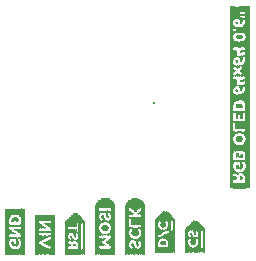
<source format=gbo>
G75*
%MOIN*%
%OFA0B0*%
%FSLAX25Y25*%
%IPPOS*%
%LPD*%
%AMOC8*
5,1,8,0,0,1.08239X$1,22.5*
%
%ADD10C,0.01000*%
%ADD11R,0.00157X0.13071*%
%ADD12R,0.00157X0.02205*%
%ADD13R,0.00157X0.02835*%
%ADD14R,0.00157X0.07717*%
%ADD15R,0.00157X0.01890*%
%ADD16R,0.00157X0.02520*%
%ADD17R,0.00157X0.00630*%
%ADD18R,0.00157X0.01732*%
%ADD19R,0.00157X0.00472*%
%ADD20R,0.00157X0.01575*%
%ADD21R,0.00157X0.01417*%
%ADD22R,0.00157X0.01260*%
%ADD23R,0.00157X0.01102*%
%ADD24R,0.00157X0.02047*%
%ADD25R,0.00157X0.00787*%
%ADD26R,0.00157X0.00945*%
%ADD27R,0.00157X0.02362*%
%ADD28R,0.00157X0.00157*%
%ADD29R,0.00157X0.00315*%
%ADD30R,0.00157X0.02677*%
%ADD31R,0.00157X0.02992*%
%ADD32R,0.00157X0.03150*%
%ADD33R,0.00157X0.03307*%
%ADD34R,0.00157X0.03465*%
%ADD35R,0.00157X0.15276*%
%ADD36R,0.00157X0.11024*%
%ADD37R,0.00157X0.07874*%
%ADD38R,0.00157X0.08031*%
%ADD39R,0.00157X0.08346*%
%ADD40R,0.00157X0.08504*%
%ADD41R,0.00157X0.09606*%
%ADD42R,0.00157X0.09764*%
%ADD43R,0.00157X0.09921*%
%ADD44R,0.00157X0.10079*%
%ADD45R,0.00157X0.03622*%
%ADD46R,0.00157X0.04882*%
%ADD47R,0.00157X0.04724*%
%ADD48R,0.00157X0.04252*%
%ADD49R,0.00157X0.03780*%
%ADD50R,0.00157X0.08661*%
%ADD51R,0.00157X0.11181*%
%ADD52R,0.00157X0.11496*%
%ADD53R,0.00157X0.11654*%
%ADD54R,0.00157X0.07559*%
%ADD55R,0.00157X0.07244*%
%ADD56R,0.00157X0.12756*%
%ADD57R,0.00157X0.12913*%
%ADD58R,0.00157X0.06614*%
%ADD59R,0.00157X0.06142*%
%ADD60R,0.00157X0.05197*%
%ADD61R,0.00157X0.05354*%
%ADD62R,0.00157X0.05039*%
%ADD63R,0.00157X0.04567*%
%ADD64R,0.00157X0.60630*%
%ADD65R,0.00157X0.06929*%
%ADD66R,0.00157X0.08189*%
%ADD67R,0.00157X0.33386*%
%ADD68R,0.00157X0.03937*%
%ADD69R,0.00157X0.04409*%
%ADD70R,0.00157X0.04094*%
%ADD71R,0.00157X0.13228*%
%ADD72R,0.00157X0.11811*%
%ADD73R,0.00157X0.16378*%
%ADD74R,0.00157X0.16850*%
%ADD75R,0.00157X0.17165*%
%ADD76R,0.00157X0.17480*%
%ADD77R,0.00157X0.17638*%
%ADD78R,0.00157X0.17795*%
%ADD79R,0.00157X0.17953*%
D10*
X0184533Y0118500D03*
D11*
X0189593Y0075213D03*
X0159593Y0074555D03*
X0151483Y0074583D03*
X0151325Y0074583D03*
X0151168Y0074583D03*
X0151010Y0074583D03*
X0150853Y0074583D03*
X0150696Y0074583D03*
X0150538Y0074583D03*
X0146129Y0074583D03*
X0145971Y0074583D03*
X0145814Y0074583D03*
X0145656Y0074583D03*
X0145499Y0074583D03*
X0145341Y0074583D03*
X0145184Y0074583D03*
D12*
X0146286Y0073244D03*
X0149908Y0071827D03*
X0150066Y0071827D03*
X0150381Y0069150D03*
X0148806Y0069150D03*
X0148648Y0069150D03*
X0139751Y0068992D03*
X0139593Y0068992D03*
X0136916Y0068992D03*
X0136916Y0082063D03*
X0139593Y0082063D03*
X0168018Y0076709D03*
X0168176Y0076709D03*
X0168333Y0076709D03*
X0168491Y0076709D03*
X0170223Y0078598D03*
X0180223Y0073244D03*
X0178963Y0071984D03*
X0180066Y0069150D03*
X0176444Y0069150D03*
X0186286Y0075764D03*
X0188963Y0073874D03*
X0195971Y0076394D03*
X0196601Y0077024D03*
X0196759Y0077181D03*
X0200066Y0077024D03*
X0198176Y0072457D03*
X0198963Y0069780D03*
X0196286Y0069780D03*
X0186601Y0080173D03*
X0211837Y0103720D03*
X0214042Y0103563D03*
X0214199Y0103563D03*
X0213885Y0120413D03*
X0213570Y0123406D03*
X0212152Y0125138D03*
X0211995Y0125138D03*
X0211837Y0125138D03*
X0213570Y0133169D03*
X0212152Y0134902D03*
X0211995Y0134902D03*
X0211522Y0138209D03*
X0211365Y0138209D03*
X0214514Y0138209D03*
X0214672Y0138209D03*
X0214199Y0142933D03*
X0214042Y0142933D03*
X0213570Y0145925D03*
D13*
X0211050Y0138366D03*
X0211207Y0134744D03*
X0211207Y0124980D03*
X0211522Y0120098D03*
X0211365Y0103720D03*
X0214672Y0103720D03*
X0213885Y0098051D03*
X0186916Y0080173D03*
X0185971Y0075921D03*
X0178963Y0075606D03*
X0178806Y0075606D03*
X0177703Y0075606D03*
X0176601Y0084898D03*
X0180066Y0084898D03*
X0170066Y0084898D03*
X0166601Y0084898D03*
X0166444Y0084898D03*
X0166286Y0084740D03*
X0155971Y0078571D03*
X0158333Y0074949D03*
X0150381Y0071827D03*
X0147546Y0069465D03*
X0147388Y0069465D03*
X0139121Y0072299D03*
X0136444Y0069307D03*
X0136444Y0081748D03*
X0195971Y0070094D03*
X0199278Y0070094D03*
X0197703Y0072457D03*
D14*
X0150381Y0077260D03*
D15*
X0146286Y0077496D03*
X0146286Y0080173D03*
X0150223Y0080173D03*
X0160381Y0079358D03*
X0167861Y0079701D03*
X0167861Y0076709D03*
X0167703Y0076709D03*
X0168648Y0076709D03*
X0168806Y0076709D03*
X0169751Y0071984D03*
X0170223Y0068992D03*
X0166444Y0068992D03*
X0166286Y0068992D03*
X0159278Y0068965D03*
X0159121Y0068965D03*
X0158963Y0068965D03*
X0158806Y0068965D03*
X0158648Y0068965D03*
X0158491Y0068965D03*
X0158333Y0068965D03*
X0158176Y0068965D03*
X0158018Y0068965D03*
X0157861Y0068965D03*
X0157703Y0068965D03*
X0157546Y0068965D03*
X0157388Y0068965D03*
X0157231Y0068965D03*
X0157073Y0068965D03*
X0156916Y0068965D03*
X0156759Y0068965D03*
X0156601Y0068965D03*
X0156444Y0068965D03*
X0156286Y0068965D03*
X0156129Y0068965D03*
X0155971Y0068965D03*
X0150223Y0068992D03*
X0149436Y0068992D03*
X0149278Y0068992D03*
X0149593Y0071827D03*
X0149751Y0071827D03*
X0146916Y0073402D03*
X0146759Y0073402D03*
X0140223Y0075606D03*
X0136286Y0075606D03*
X0137388Y0082220D03*
X0137546Y0082220D03*
X0139121Y0082220D03*
X0139278Y0082220D03*
X0139278Y0068835D03*
X0139121Y0068835D03*
X0138963Y0068835D03*
X0137703Y0068835D03*
X0137546Y0068835D03*
X0137388Y0068835D03*
X0176759Y0068992D03*
X0177388Y0068992D03*
X0178648Y0068992D03*
X0178806Y0068992D03*
X0179593Y0068992D03*
X0179751Y0068992D03*
X0178806Y0072142D03*
X0185971Y0069622D03*
X0189278Y0069622D03*
X0196601Y0069622D03*
X0196759Y0069622D03*
X0198491Y0069622D03*
X0198648Y0069622D03*
X0200223Y0077024D03*
X0186601Y0075606D03*
X0186444Y0075606D03*
X0186129Y0079858D03*
X0186286Y0080016D03*
X0211050Y0090965D03*
X0211207Y0090965D03*
X0214987Y0090965D03*
X0211050Y0095689D03*
X0212940Y0103406D03*
X0213097Y0103406D03*
X0212625Y0103563D03*
X0212467Y0103563D03*
X0212310Y0103563D03*
X0212152Y0103563D03*
X0213885Y0103563D03*
X0213570Y0106398D03*
X0212467Y0106398D03*
X0211050Y0108130D03*
X0212310Y0120256D03*
X0212467Y0120256D03*
X0212625Y0120256D03*
X0213885Y0123563D03*
X0213885Y0133327D03*
X0213885Y0138051D03*
X0214042Y0138051D03*
X0213727Y0138051D03*
X0213570Y0138051D03*
X0212467Y0138051D03*
X0212310Y0138051D03*
X0212152Y0138051D03*
X0211995Y0138051D03*
X0213727Y0142933D03*
X0213885Y0142933D03*
X0213727Y0145925D03*
X0213570Y0149705D03*
X0213412Y0149705D03*
X0213255Y0149705D03*
D16*
X0211207Y0138209D03*
X0211365Y0134744D03*
X0211522Y0134744D03*
X0211365Y0124980D03*
X0211680Y0120098D03*
X0214199Y0120413D03*
X0211522Y0103720D03*
X0186759Y0080173D03*
X0186129Y0075764D03*
X0189121Y0073874D03*
X0197073Y0077339D03*
X0197861Y0072457D03*
X0198018Y0072457D03*
X0199121Y0069937D03*
X0196129Y0069937D03*
X0179121Y0071984D03*
X0176286Y0069307D03*
X0150223Y0071827D03*
X0148176Y0069307D03*
X0148018Y0069307D03*
X0139908Y0069150D03*
X0136601Y0069150D03*
X0136601Y0081906D03*
X0139908Y0081906D03*
D17*
X0137231Y0079228D03*
X0136444Y0077654D03*
X0138806Y0076079D03*
X0137703Y0075134D03*
X0138648Y0073402D03*
X0139436Y0073402D03*
X0139593Y0073402D03*
X0139751Y0073402D03*
X0139908Y0073402D03*
X0136601Y0073402D03*
X0140223Y0077654D03*
X0147703Y0077024D03*
X0147861Y0077024D03*
X0148648Y0078126D03*
X0150223Y0075449D03*
X0150223Y0074031D03*
X0149436Y0074031D03*
X0149278Y0074031D03*
X0148333Y0071827D03*
X0148176Y0071827D03*
X0156916Y0072587D03*
X0157703Y0072744D03*
X0158806Y0072587D03*
X0159278Y0074949D03*
X0167073Y0074661D03*
X0167231Y0074661D03*
X0167703Y0072929D03*
X0167703Y0071197D03*
X0169436Y0074661D03*
X0168963Y0078913D03*
X0168491Y0079071D03*
X0168333Y0079071D03*
X0167388Y0078913D03*
X0167231Y0078756D03*
X0167073Y0078756D03*
X0166916Y0082220D03*
X0166759Y0082220D03*
X0168018Y0082220D03*
X0168176Y0082220D03*
X0176286Y0080173D03*
X0177073Y0081591D03*
X0179436Y0081591D03*
X0179278Y0076709D03*
X0177231Y0076709D03*
X0176601Y0076709D03*
X0177231Y0073087D03*
X0178333Y0072772D03*
X0179436Y0071197D03*
X0186759Y0071669D03*
X0188491Y0071669D03*
X0198333Y0073244D03*
X0198491Y0074819D03*
X0188491Y0077969D03*
X0212310Y0095059D03*
X0214042Y0095217D03*
X0214199Y0095217D03*
X0214514Y0099154D03*
X0213412Y0099154D03*
X0213255Y0099154D03*
X0213097Y0099154D03*
X0211680Y0099154D03*
X0211522Y0099154D03*
X0212782Y0100728D03*
X0212310Y0108602D03*
X0212152Y0108602D03*
X0211995Y0108602D03*
X0213885Y0108602D03*
X0214042Y0108602D03*
X0211050Y0112067D03*
X0214199Y0115531D03*
X0212467Y0122618D03*
X0212940Y0124035D03*
X0213885Y0125925D03*
X0214042Y0125925D03*
X0214199Y0125925D03*
X0214357Y0125925D03*
X0213885Y0127657D03*
X0212940Y0127657D03*
X0211995Y0127657D03*
X0211207Y0127500D03*
X0211995Y0130650D03*
X0211365Y0130965D03*
X0212940Y0130650D03*
X0213727Y0130807D03*
X0212467Y0132382D03*
X0212940Y0133799D03*
X0213885Y0135689D03*
X0214042Y0135689D03*
X0214199Y0135689D03*
X0214357Y0135689D03*
X0211995Y0140413D03*
X0211680Y0141988D03*
X0211522Y0141988D03*
X0211995Y0143406D03*
X0211680Y0143563D03*
X0211365Y0143720D03*
X0212467Y0145138D03*
X0214199Y0146555D03*
D18*
X0213885Y0146004D03*
X0213570Y0142854D03*
X0213412Y0142854D03*
X0213255Y0142854D03*
X0213097Y0142854D03*
X0212940Y0142854D03*
X0212782Y0142854D03*
X0212467Y0142854D03*
X0212310Y0142854D03*
X0212152Y0142854D03*
X0212625Y0137972D03*
X0212782Y0137972D03*
X0212940Y0137972D03*
X0213097Y0137972D03*
X0213255Y0137972D03*
X0213412Y0137972D03*
X0213727Y0149783D03*
X0213885Y0149783D03*
X0214042Y0149783D03*
X0214199Y0149783D03*
X0214357Y0149783D03*
X0214514Y0149783D03*
X0214672Y0149783D03*
X0214829Y0149783D03*
X0214987Y0149783D03*
X0213412Y0120335D03*
X0213255Y0120335D03*
X0213097Y0120335D03*
X0212940Y0120335D03*
X0212782Y0120335D03*
X0212310Y0106476D03*
X0213727Y0106476D03*
X0212782Y0103484D03*
X0214829Y0095295D03*
X0214829Y0090886D03*
X0214672Y0090886D03*
X0214514Y0090886D03*
X0214357Y0090886D03*
X0214199Y0090886D03*
X0214042Y0090886D03*
X0213885Y0090886D03*
X0213727Y0090886D03*
X0213570Y0090886D03*
X0213412Y0090886D03*
X0213255Y0090886D03*
X0213097Y0090886D03*
X0212940Y0090886D03*
X0212782Y0090886D03*
X0212625Y0090886D03*
X0212467Y0090886D03*
X0212310Y0090886D03*
X0212152Y0090886D03*
X0211995Y0090886D03*
X0211837Y0090886D03*
X0211680Y0090886D03*
X0211522Y0090886D03*
X0211365Y0090886D03*
X0190381Y0080094D03*
X0188648Y0073953D03*
X0188648Y0069543D03*
X0188491Y0069543D03*
X0188333Y0069543D03*
X0188176Y0069543D03*
X0188018Y0069543D03*
X0187861Y0069543D03*
X0187703Y0069543D03*
X0187546Y0069543D03*
X0187388Y0069543D03*
X0187231Y0069543D03*
X0187073Y0069543D03*
X0186916Y0069543D03*
X0186759Y0069543D03*
X0186601Y0069543D03*
X0186444Y0069543D03*
X0186286Y0069543D03*
X0186129Y0069543D03*
X0188806Y0069543D03*
X0188963Y0069543D03*
X0189121Y0069543D03*
X0196916Y0069543D03*
X0197073Y0069543D03*
X0197231Y0069543D03*
X0198018Y0069543D03*
X0198176Y0069543D03*
X0198333Y0069543D03*
X0200381Y0076945D03*
X0180066Y0073165D03*
X0179436Y0068913D03*
X0179278Y0068913D03*
X0179121Y0068913D03*
X0178963Y0068913D03*
X0177231Y0068913D03*
X0177073Y0068913D03*
X0176916Y0068913D03*
X0170066Y0068913D03*
X0169908Y0068913D03*
X0169751Y0068913D03*
X0169593Y0068913D03*
X0169436Y0068913D03*
X0169278Y0068913D03*
X0169121Y0068913D03*
X0168963Y0068913D03*
X0168806Y0068913D03*
X0168648Y0068913D03*
X0168491Y0068913D03*
X0168333Y0068913D03*
X0168176Y0068913D03*
X0168018Y0068913D03*
X0167861Y0068913D03*
X0167703Y0068913D03*
X0167546Y0068913D03*
X0167388Y0068913D03*
X0167231Y0068913D03*
X0167073Y0068913D03*
X0166916Y0068913D03*
X0166759Y0068913D03*
X0166601Y0068913D03*
X0160853Y0068886D03*
X0160066Y0068886D03*
X0159278Y0072508D03*
X0157861Y0075500D03*
X0150223Y0077575D03*
X0150066Y0077575D03*
X0150066Y0080252D03*
X0149908Y0080252D03*
X0149751Y0080252D03*
X0149593Y0080252D03*
X0149436Y0080252D03*
X0149278Y0080252D03*
X0149121Y0080252D03*
X0148963Y0080252D03*
X0148806Y0080252D03*
X0148648Y0080252D03*
X0148491Y0080252D03*
X0148333Y0080252D03*
X0148176Y0080252D03*
X0148018Y0080252D03*
X0147861Y0080252D03*
X0147703Y0080252D03*
X0147546Y0080252D03*
X0147388Y0080252D03*
X0147231Y0080252D03*
X0147073Y0080252D03*
X0146916Y0080252D03*
X0146759Y0080252D03*
X0146601Y0080252D03*
X0146444Y0080252D03*
X0138963Y0082299D03*
X0138806Y0082299D03*
X0138648Y0082299D03*
X0138491Y0082299D03*
X0138333Y0082299D03*
X0138176Y0082299D03*
X0138018Y0082299D03*
X0137861Y0082299D03*
X0137703Y0082299D03*
X0136444Y0075528D03*
X0137861Y0068756D03*
X0138018Y0068756D03*
X0138176Y0068756D03*
X0138333Y0068756D03*
X0138491Y0068756D03*
X0138648Y0068756D03*
X0138806Y0068756D03*
X0147073Y0073480D03*
X0147231Y0073480D03*
X0149436Y0071748D03*
X0149593Y0068913D03*
X0149751Y0068913D03*
X0150066Y0068913D03*
X0166286Y0075055D03*
X0170223Y0075055D03*
X0169593Y0072063D03*
X0170066Y0078677D03*
X0166444Y0078677D03*
X0160538Y0079280D03*
D19*
X0167073Y0082299D03*
X0167231Y0082299D03*
X0167388Y0082299D03*
X0167546Y0082299D03*
X0167703Y0082299D03*
X0167861Y0082299D03*
X0169436Y0080567D03*
X0168806Y0078992D03*
X0168648Y0078992D03*
X0169121Y0078835D03*
X0169278Y0078835D03*
X0169278Y0074583D03*
X0169121Y0074583D03*
X0168963Y0074583D03*
X0167546Y0074583D03*
X0167388Y0074583D03*
X0167861Y0073008D03*
X0168018Y0073008D03*
X0168806Y0072063D03*
X0167861Y0071118D03*
X0177388Y0073008D03*
X0177546Y0073008D03*
X0178018Y0072850D03*
X0178176Y0072850D03*
X0177073Y0076787D03*
X0176916Y0076787D03*
X0176759Y0076787D03*
X0179436Y0076787D03*
X0179593Y0076787D03*
X0179751Y0076787D03*
X0179908Y0076787D03*
X0176916Y0080094D03*
X0176759Y0080094D03*
X0176601Y0080094D03*
X0176444Y0080094D03*
X0177231Y0081512D03*
X0177388Y0081512D03*
X0179278Y0081512D03*
X0196286Y0073480D03*
X0196759Y0073323D03*
X0198491Y0073323D03*
X0198806Y0073480D03*
X0198963Y0073480D03*
X0212782Y0094980D03*
X0212782Y0099232D03*
X0212625Y0099232D03*
X0212467Y0099232D03*
X0212310Y0099232D03*
X0212152Y0099232D03*
X0211995Y0099232D03*
X0211837Y0099232D03*
X0212940Y0099232D03*
X0212940Y0100650D03*
X0213097Y0100650D03*
X0213255Y0100650D03*
X0213412Y0100650D03*
X0213412Y0108681D03*
X0213255Y0108681D03*
X0213097Y0108681D03*
X0212940Y0108681D03*
X0212782Y0108681D03*
X0212625Y0108681D03*
X0212467Y0108681D03*
X0213570Y0108681D03*
X0213727Y0108681D03*
X0211680Y0111988D03*
X0211522Y0111988D03*
X0211365Y0111988D03*
X0211207Y0111988D03*
X0211207Y0115610D03*
X0211365Y0115610D03*
X0211522Y0115610D03*
X0211680Y0115610D03*
X0211837Y0115610D03*
X0214357Y0115610D03*
X0214514Y0115610D03*
X0214672Y0115610D03*
X0214829Y0115610D03*
X0214987Y0115610D03*
X0214829Y0126004D03*
X0214672Y0126004D03*
X0214514Y0126004D03*
X0213727Y0127579D03*
X0213097Y0127579D03*
X0211837Y0127579D03*
X0211522Y0129154D03*
X0211837Y0130728D03*
X0211680Y0130886D03*
X0211522Y0130886D03*
X0213097Y0130728D03*
X0213412Y0129154D03*
X0214514Y0135768D03*
X0214672Y0135768D03*
X0214829Y0135768D03*
X0211837Y0142067D03*
X0211837Y0143484D03*
X0211522Y0143642D03*
X0214357Y0146634D03*
X0214514Y0146634D03*
X0214672Y0146634D03*
X0214829Y0146634D03*
X0214987Y0146634D03*
X0214987Y0147894D03*
X0214829Y0147894D03*
X0214672Y0147894D03*
X0214514Y0147894D03*
X0214357Y0147894D03*
X0214199Y0147894D03*
X0214042Y0147894D03*
X0213885Y0147894D03*
X0213727Y0147894D03*
X0148491Y0078205D03*
X0148018Y0076945D03*
X0148018Y0075528D03*
X0147861Y0075528D03*
X0147703Y0075528D03*
X0147546Y0075528D03*
X0147388Y0075528D03*
X0147231Y0075528D03*
X0147073Y0075528D03*
X0146916Y0075528D03*
X0146759Y0075528D03*
X0146601Y0075528D03*
X0146444Y0075528D03*
X0148176Y0075528D03*
X0148333Y0075528D03*
X0148491Y0075528D03*
X0148648Y0075528D03*
X0148806Y0075528D03*
X0148963Y0075528D03*
X0149121Y0075528D03*
X0149278Y0075528D03*
X0149436Y0075528D03*
X0149593Y0075528D03*
X0149751Y0075528D03*
X0149908Y0075528D03*
X0150066Y0075528D03*
X0150066Y0074110D03*
X0149908Y0074110D03*
X0149751Y0074110D03*
X0149593Y0074110D03*
X0156129Y0072823D03*
X0157861Y0072665D03*
X0140066Y0077575D03*
X0139908Y0077575D03*
X0139751Y0077575D03*
X0139593Y0077575D03*
X0139436Y0077575D03*
X0139278Y0077575D03*
X0139121Y0077575D03*
X0138963Y0077575D03*
X0138806Y0077575D03*
X0138648Y0077575D03*
X0138491Y0077575D03*
X0138333Y0077575D03*
X0138176Y0077575D03*
X0138018Y0077575D03*
X0137861Y0077575D03*
X0137703Y0077575D03*
X0137546Y0077575D03*
X0137388Y0077575D03*
X0137231Y0077575D03*
X0137073Y0077575D03*
X0136916Y0077575D03*
X0136759Y0077575D03*
X0136601Y0077575D03*
X0138491Y0076157D03*
X0138648Y0076157D03*
X0137861Y0075055D03*
X0137861Y0073480D03*
X0138018Y0073480D03*
X0138176Y0073480D03*
X0138333Y0073480D03*
X0138491Y0073480D03*
X0137703Y0073480D03*
X0137546Y0073480D03*
X0137388Y0073480D03*
X0137231Y0073480D03*
X0137073Y0073480D03*
X0136916Y0073480D03*
X0136759Y0073480D03*
D20*
X0137703Y0071512D03*
X0137861Y0071512D03*
X0140066Y0075606D03*
X0138648Y0079701D03*
X0138491Y0079701D03*
X0138333Y0079701D03*
X0138176Y0079701D03*
X0138018Y0079701D03*
X0146444Y0077496D03*
X0146601Y0077496D03*
X0149908Y0077654D03*
X0156129Y0075579D03*
X0158491Y0075579D03*
X0160853Y0079043D03*
X0160696Y0079201D03*
X0167546Y0076709D03*
X0168963Y0076709D03*
X0176286Y0081906D03*
X0186759Y0075606D03*
X0186916Y0075606D03*
X0188491Y0074031D03*
X0185971Y0072929D03*
X0179121Y0075134D03*
X0190538Y0080016D03*
X0190696Y0079858D03*
X0190853Y0079701D03*
X0200538Y0076866D03*
X0199278Y0073402D03*
X0195971Y0073402D03*
X0197388Y0069465D03*
X0197546Y0069465D03*
X0197703Y0069465D03*
X0197861Y0069465D03*
X0200066Y0069465D03*
X0200223Y0069465D03*
X0200381Y0069465D03*
X0200538Y0069465D03*
X0200696Y0069465D03*
X0200853Y0069465D03*
X0160696Y0068807D03*
X0160538Y0068807D03*
X0160381Y0068807D03*
X0160223Y0068807D03*
X0149908Y0068835D03*
X0149278Y0071827D03*
X0147546Y0073559D03*
X0147388Y0073559D03*
X0212625Y0097106D03*
X0214987Y0108130D03*
X0213570Y0117579D03*
X0213412Y0117579D03*
X0213255Y0117579D03*
X0213097Y0117579D03*
X0212940Y0117579D03*
X0212782Y0117579D03*
X0212625Y0117579D03*
X0214042Y0123720D03*
X0214042Y0133484D03*
X0212625Y0142776D03*
X0213412Y0146240D03*
D21*
X0214042Y0146161D03*
X0213412Y0133406D03*
X0213885Y0129154D03*
X0211050Y0129154D03*
X0213412Y0123642D03*
X0213727Y0117500D03*
X0212467Y0117500D03*
X0212310Y0117500D03*
X0211207Y0108209D03*
X0212152Y0106476D03*
X0213885Y0106476D03*
X0214829Y0108209D03*
X0211050Y0098917D03*
X0212310Y0097185D03*
X0212467Y0097185D03*
X0214672Y0095295D03*
X0211207Y0093406D03*
X0211050Y0093406D03*
X0200696Y0076787D03*
X0200853Y0076630D03*
X0196916Y0072063D03*
X0188333Y0073953D03*
X0189278Y0076630D03*
X0187861Y0071906D03*
X0187703Y0071906D03*
X0187546Y0071906D03*
X0187388Y0071906D03*
X0179908Y0073165D03*
X0177546Y0071118D03*
X0176601Y0073165D03*
X0177388Y0075213D03*
X0169908Y0078677D03*
X0169121Y0076630D03*
X0166444Y0074898D03*
X0169436Y0072063D03*
X0166601Y0078677D03*
X0168648Y0081827D03*
X0158648Y0075657D03*
X0157703Y0075657D03*
X0156286Y0075657D03*
X0149751Y0077732D03*
X0146759Y0077417D03*
X0139908Y0075685D03*
X0139751Y0075685D03*
X0136601Y0075528D03*
X0137546Y0071591D03*
X0147703Y0073638D03*
X0147861Y0073638D03*
X0149121Y0071748D03*
X0138806Y0079622D03*
X0137861Y0079622D03*
X0137703Y0079622D03*
D22*
X0137546Y0079543D03*
X0138963Y0079543D03*
X0139593Y0075764D03*
X0136916Y0075449D03*
X0136759Y0075449D03*
X0136286Y0073244D03*
X0137388Y0071669D03*
X0140223Y0073244D03*
X0148018Y0073717D03*
X0148176Y0073717D03*
X0148806Y0071827D03*
X0148963Y0071827D03*
X0155971Y0071169D03*
X0157388Y0072902D03*
X0157388Y0075736D03*
X0157231Y0075736D03*
X0157073Y0075736D03*
X0156916Y0075736D03*
X0156759Y0075736D03*
X0156601Y0075736D03*
X0156444Y0075736D03*
X0157546Y0075736D03*
X0149593Y0077811D03*
X0149436Y0077811D03*
X0146916Y0077339D03*
X0166286Y0081906D03*
X0167546Y0080488D03*
X0168018Y0079386D03*
X0167388Y0076709D03*
X0170066Y0074976D03*
X0176286Y0076551D03*
X0176759Y0073087D03*
X0178648Y0072457D03*
X0187073Y0071827D03*
X0187231Y0071827D03*
X0188018Y0071827D03*
X0188176Y0071827D03*
X0188176Y0074031D03*
X0187231Y0075606D03*
X0187073Y0075606D03*
X0186916Y0077969D03*
X0188333Y0077969D03*
X0180223Y0081906D03*
X0176444Y0081906D03*
X0198333Y0072142D03*
X0211207Y0095689D03*
X0212152Y0097264D03*
X0214987Y0098839D03*
X0212625Y0101043D03*
X0212467Y0101043D03*
X0212310Y0101043D03*
X0212152Y0101043D03*
X0211365Y0108287D03*
X0212625Y0115217D03*
X0213885Y0117421D03*
X0211050Y0130965D03*
X0211050Y0141831D03*
X0213255Y0146555D03*
D23*
X0211050Y0143799D03*
X0212467Y0140492D03*
X0212625Y0140492D03*
X0212782Y0140492D03*
X0212940Y0140492D03*
X0213097Y0140492D03*
X0213255Y0140492D03*
X0213412Y0140492D03*
X0213570Y0140492D03*
X0213727Y0140492D03*
X0212467Y0130413D03*
X0211207Y0129154D03*
X0212467Y0127894D03*
X0213727Y0129154D03*
X0212152Y0117343D03*
X0212782Y0115295D03*
X0212940Y0115295D03*
X0213097Y0115295D03*
X0213255Y0115295D03*
X0213412Y0115295D03*
X0214672Y0108366D03*
X0211522Y0108366D03*
X0211995Y0100965D03*
X0213727Y0100965D03*
X0213885Y0100965D03*
X0214042Y0100965D03*
X0214042Y0097343D03*
X0211365Y0095610D03*
X0214514Y0095295D03*
X0213885Y0093406D03*
X0213727Y0093406D03*
X0213570Y0093406D03*
X0213412Y0093406D03*
X0213255Y0093406D03*
X0211680Y0093406D03*
X0211522Y0093406D03*
X0211365Y0093406D03*
X0189121Y0076472D03*
X0187546Y0075685D03*
X0187388Y0075685D03*
X0187703Y0073953D03*
X0187861Y0073953D03*
X0188018Y0073953D03*
X0186129Y0073165D03*
X0186916Y0071748D03*
X0188333Y0071748D03*
X0179751Y0073008D03*
X0179593Y0073008D03*
X0179436Y0072850D03*
X0179278Y0072693D03*
X0177388Y0071276D03*
X0179278Y0075213D03*
X0169908Y0074898D03*
X0169278Y0072063D03*
X0166601Y0074898D03*
X0166759Y0078677D03*
X0167388Y0080567D03*
X0169751Y0078677D03*
X0170223Y0081984D03*
X0176601Y0081827D03*
X0179908Y0081827D03*
X0180066Y0081827D03*
X0159121Y0072508D03*
X0155971Y0072823D03*
X0156129Y0071248D03*
X0148491Y0073795D03*
X0148333Y0073795D03*
X0147231Y0077260D03*
X0147073Y0077260D03*
X0149278Y0077890D03*
X0139436Y0075843D03*
X0137073Y0075370D03*
X0139278Y0071748D03*
X0138648Y0071118D03*
X0139121Y0079465D03*
X0137388Y0079465D03*
D24*
X0137231Y0082142D03*
X0137073Y0082142D03*
X0139436Y0082142D03*
X0155971Y0075500D03*
X0157073Y0073295D03*
X0157231Y0073138D03*
X0149121Y0069071D03*
X0148963Y0069071D03*
X0146601Y0073323D03*
X0146444Y0073323D03*
X0139436Y0068913D03*
X0137231Y0068913D03*
X0137073Y0068913D03*
X0160223Y0079437D03*
X0168806Y0081512D03*
X0169908Y0072063D03*
X0176444Y0073165D03*
X0176601Y0069071D03*
X0177546Y0069071D03*
X0178333Y0069071D03*
X0178491Y0069071D03*
X0179908Y0069071D03*
X0188806Y0073953D03*
X0196129Y0076630D03*
X0196286Y0076787D03*
X0196444Y0076945D03*
X0190223Y0080094D03*
X0186444Y0080094D03*
X0185971Y0079622D03*
X0196444Y0069701D03*
X0198806Y0069701D03*
X0211995Y0103642D03*
X0213255Y0103327D03*
X0213412Y0103484D03*
X0213570Y0103484D03*
X0213727Y0103484D03*
X0213412Y0106476D03*
X0213255Y0106476D03*
X0213097Y0106476D03*
X0212940Y0106476D03*
X0212782Y0106476D03*
X0212625Y0106476D03*
X0212152Y0120177D03*
X0211995Y0120177D03*
X0213570Y0120335D03*
X0213727Y0120335D03*
X0213727Y0123484D03*
X0213727Y0133248D03*
X0214199Y0138130D03*
X0214357Y0138130D03*
X0211837Y0138130D03*
X0211680Y0138130D03*
D25*
X0213255Y0135610D03*
X0213412Y0135610D03*
X0213570Y0135610D03*
X0213727Y0135610D03*
X0214987Y0135768D03*
X0214672Y0134035D03*
X0214514Y0134035D03*
X0214357Y0134035D03*
X0213097Y0133720D03*
X0212310Y0132303D03*
X0211995Y0132303D03*
X0212152Y0130571D03*
X0212625Y0130413D03*
X0212782Y0130571D03*
X0213885Y0130728D03*
X0213570Y0129154D03*
X0212782Y0127736D03*
X0212152Y0127736D03*
X0211050Y0127579D03*
X0211365Y0129154D03*
X0214987Y0126004D03*
X0213727Y0125846D03*
X0213570Y0125846D03*
X0213412Y0125846D03*
X0213255Y0125846D03*
X0213097Y0123957D03*
X0214357Y0124272D03*
X0214514Y0124272D03*
X0214672Y0124272D03*
X0211995Y0122697D03*
X0211995Y0117185D03*
X0211050Y0115610D03*
X0211837Y0108524D03*
X0211995Y0106476D03*
X0214199Y0108524D03*
X0214357Y0108524D03*
X0214357Y0099075D03*
X0214199Y0099075D03*
X0214672Y0099075D03*
X0211365Y0099075D03*
X0212782Y0096713D03*
X0212940Y0096713D03*
X0213097Y0096713D03*
X0213255Y0096713D03*
X0212625Y0094980D03*
X0212467Y0094980D03*
X0212152Y0095138D03*
X0211995Y0095138D03*
X0211837Y0095295D03*
X0211522Y0095453D03*
X0179593Y0081669D03*
X0176916Y0081669D03*
X0169908Y0082142D03*
X0169751Y0082142D03*
X0169593Y0082142D03*
X0168333Y0082142D03*
X0166601Y0082142D03*
X0167231Y0080567D03*
X0167546Y0078992D03*
X0166916Y0078677D03*
X0169436Y0078835D03*
X0169593Y0074740D03*
X0166916Y0074740D03*
X0167546Y0072850D03*
X0167546Y0071276D03*
X0168963Y0072063D03*
X0177073Y0073008D03*
X0178491Y0072693D03*
X0179278Y0071276D03*
X0177231Y0071276D03*
X0177231Y0075213D03*
X0177388Y0076630D03*
X0176444Y0076630D03*
X0179121Y0076630D03*
X0180066Y0076630D03*
X0186759Y0077890D03*
X0188018Y0075843D03*
X0188176Y0075843D03*
X0188333Y0076000D03*
X0188491Y0076000D03*
X0188648Y0076157D03*
X0188806Y0076157D03*
X0187231Y0073795D03*
X0187073Y0073795D03*
X0186916Y0073638D03*
X0186759Y0073638D03*
X0186601Y0073480D03*
X0196129Y0073480D03*
X0196916Y0073323D03*
X0196759Y0072063D03*
X0198491Y0072063D03*
X0196759Y0074740D03*
X0158963Y0072508D03*
X0157546Y0072823D03*
X0156759Y0073925D03*
X0158491Y0073925D03*
X0158491Y0071091D03*
X0157703Y0071091D03*
X0156759Y0071091D03*
X0156601Y0071091D03*
X0149121Y0073953D03*
X0148963Y0073953D03*
X0146286Y0075528D03*
X0147546Y0077102D03*
X0148806Y0078047D03*
X0148963Y0078047D03*
X0140066Y0073323D03*
X0139278Y0073323D03*
X0137546Y0075213D03*
X0137388Y0075213D03*
X0138963Y0076000D03*
X0136286Y0077575D03*
X0137231Y0071748D03*
X0212152Y0140492D03*
X0211365Y0141909D03*
X0211995Y0142224D03*
X0214042Y0140492D03*
X0212310Y0145059D03*
X0211995Y0145059D03*
X0213255Y0147894D03*
X0213412Y0147894D03*
X0213570Y0147894D03*
D26*
X0212152Y0145138D03*
X0211207Y0143720D03*
X0211207Y0141831D03*
X0212310Y0140413D03*
X0213885Y0140413D03*
X0214829Y0134114D03*
X0214987Y0134114D03*
X0214199Y0133957D03*
X0213255Y0133642D03*
X0212152Y0132382D03*
X0211207Y0130965D03*
X0212310Y0130492D03*
X0212310Y0127815D03*
X0212625Y0127815D03*
X0214199Y0124193D03*
X0214829Y0124350D03*
X0214987Y0124350D03*
X0213255Y0123878D03*
X0212310Y0122618D03*
X0212152Y0122618D03*
X0214042Y0117264D03*
X0214514Y0108445D03*
X0214042Y0106398D03*
X0211680Y0108445D03*
X0213570Y0100886D03*
X0214042Y0098996D03*
X0214829Y0098996D03*
X0211995Y0097421D03*
X0213412Y0096791D03*
X0214357Y0095217D03*
X0214042Y0093327D03*
X0211995Y0093327D03*
X0211837Y0093327D03*
X0211680Y0095374D03*
X0211207Y0098996D03*
X0179751Y0081748D03*
X0176759Y0081748D03*
X0170066Y0082063D03*
X0169436Y0082063D03*
X0169278Y0082063D03*
X0168491Y0082063D03*
X0169278Y0080646D03*
X0168176Y0079228D03*
X0169593Y0078756D03*
X0169278Y0076709D03*
X0169751Y0074819D03*
X0166759Y0074819D03*
X0167231Y0076709D03*
X0167388Y0072772D03*
X0167388Y0071354D03*
X0169121Y0071984D03*
X0176916Y0073087D03*
X0180223Y0076551D03*
X0186286Y0073244D03*
X0186444Y0073402D03*
X0187388Y0073874D03*
X0187546Y0073874D03*
X0187703Y0075764D03*
X0187861Y0075764D03*
X0188963Y0076394D03*
X0196916Y0074661D03*
X0199121Y0073402D03*
X0166444Y0082063D03*
X0156916Y0073846D03*
X0156444Y0071169D03*
X0156286Y0071169D03*
X0157861Y0071169D03*
X0158018Y0071169D03*
X0158176Y0071169D03*
X0158333Y0071169D03*
X0148648Y0071827D03*
X0148491Y0071827D03*
X0148648Y0073874D03*
X0148806Y0073874D03*
X0147388Y0077181D03*
X0149121Y0077969D03*
X0139278Y0079386D03*
X0139278Y0075921D03*
X0139121Y0075921D03*
X0137231Y0075291D03*
X0136444Y0073402D03*
X0138018Y0071039D03*
X0138176Y0071039D03*
X0138333Y0071039D03*
X0138491Y0071039D03*
D27*
X0136759Y0069071D03*
X0148333Y0069228D03*
X0148491Y0069228D03*
X0158018Y0075185D03*
X0166286Y0078677D03*
X0167703Y0079780D03*
X0168963Y0081354D03*
X0169121Y0081354D03*
X0177073Y0079150D03*
X0177231Y0079150D03*
X0177388Y0079150D03*
X0177546Y0079150D03*
X0177703Y0079150D03*
X0177861Y0079150D03*
X0178018Y0079150D03*
X0178176Y0079150D03*
X0178333Y0079150D03*
X0178491Y0079150D03*
X0178648Y0079150D03*
X0178806Y0079150D03*
X0178963Y0079150D03*
X0179121Y0079150D03*
X0179278Y0079150D03*
X0179436Y0079150D03*
X0179593Y0079150D03*
X0179751Y0079150D03*
X0179908Y0079150D03*
X0180066Y0079150D03*
X0180223Y0079150D03*
X0190066Y0080094D03*
X0196916Y0077260D03*
X0180223Y0069228D03*
X0178176Y0069228D03*
X0170066Y0072063D03*
X0167231Y0072063D03*
X0167073Y0072063D03*
X0166916Y0072063D03*
X0166759Y0072063D03*
X0166601Y0072063D03*
X0160066Y0079437D03*
X0139751Y0081984D03*
X0136759Y0081984D03*
X0211680Y0103642D03*
X0214357Y0103642D03*
X0214357Y0111043D03*
X0214514Y0111043D03*
X0214672Y0111043D03*
X0214829Y0111043D03*
X0214987Y0111043D03*
X0214199Y0111043D03*
X0214042Y0111043D03*
X0213885Y0111043D03*
X0213727Y0111043D03*
X0213570Y0111043D03*
X0213412Y0111043D03*
X0213255Y0111043D03*
X0213097Y0111043D03*
X0212940Y0111043D03*
X0212782Y0111043D03*
X0212625Y0111043D03*
X0212467Y0111043D03*
X0212310Y0111043D03*
X0212152Y0111043D03*
X0211995Y0111043D03*
X0211837Y0111043D03*
X0211837Y0120177D03*
X0214042Y0120335D03*
X0211680Y0125059D03*
X0211522Y0125059D03*
X0211680Y0134823D03*
X0211837Y0134823D03*
X0214829Y0138287D03*
X0214357Y0143012D03*
X0214987Y0095295D03*
D28*
X0213412Y0095138D03*
X0178963Y0081354D03*
X0177703Y0081354D03*
X0168333Y0073165D03*
X0168648Y0072063D03*
X0168333Y0070961D03*
X0158963Y0075028D03*
X0148333Y0076787D03*
X0138176Y0076315D03*
X0138333Y0074898D03*
X0213412Y0122382D03*
X0212625Y0124114D03*
X0213255Y0129154D03*
X0211680Y0129154D03*
X0213412Y0132146D03*
X0213412Y0144902D03*
D29*
X0211837Y0145138D03*
X0212310Y0133957D03*
X0212467Y0133957D03*
X0212625Y0133799D03*
X0212782Y0133799D03*
X0211837Y0132382D03*
X0213255Y0130807D03*
X0213412Y0130807D03*
X0213570Y0130807D03*
X0213570Y0127500D03*
X0213412Y0127500D03*
X0213255Y0127500D03*
X0211680Y0127500D03*
X0211522Y0127500D03*
X0211365Y0127500D03*
X0212310Y0124193D03*
X0212467Y0124193D03*
X0212782Y0124035D03*
X0211837Y0122618D03*
X0213570Y0095217D03*
X0213727Y0095217D03*
X0213885Y0095217D03*
X0213255Y0095059D03*
X0213097Y0095059D03*
X0212940Y0095059D03*
X0179121Y0081433D03*
X0177546Y0081433D03*
X0168806Y0074504D03*
X0168648Y0074504D03*
X0168491Y0074504D03*
X0168333Y0074504D03*
X0168176Y0074504D03*
X0168018Y0074504D03*
X0167861Y0074504D03*
X0167703Y0074504D03*
X0168176Y0073087D03*
X0168176Y0071039D03*
X0168018Y0071039D03*
X0158648Y0072587D03*
X0158491Y0072587D03*
X0158333Y0072587D03*
X0158176Y0072587D03*
X0158018Y0072587D03*
X0156759Y0072587D03*
X0156601Y0072587D03*
X0156444Y0072587D03*
X0156286Y0072744D03*
X0158806Y0075106D03*
X0159121Y0074949D03*
X0148176Y0076866D03*
X0148176Y0078283D03*
X0148333Y0078283D03*
X0138333Y0076236D03*
X0138176Y0074976D03*
X0138018Y0074976D03*
X0147861Y0071827D03*
X0148018Y0071827D03*
X0177703Y0072929D03*
X0177861Y0072929D03*
X0196444Y0073402D03*
X0196601Y0073402D03*
X0198648Y0073402D03*
D30*
X0197231Y0077417D03*
X0180381Y0069386D03*
X0178018Y0069386D03*
X0176286Y0073165D03*
X0177546Y0075685D03*
X0170223Y0072063D03*
X0166444Y0072063D03*
X0166286Y0072063D03*
X0158176Y0075028D03*
X0147861Y0069386D03*
X0147703Y0069386D03*
X0140066Y0069228D03*
X0140066Y0081827D03*
X0211995Y0114508D03*
X0212152Y0114508D03*
X0212310Y0114508D03*
X0212467Y0114508D03*
X0213570Y0114508D03*
X0213727Y0114508D03*
X0213885Y0114508D03*
X0214042Y0114508D03*
X0214357Y0120335D03*
X0214514Y0103642D03*
X0214987Y0138287D03*
X0214514Y0143012D03*
D31*
X0214672Y0143012D03*
X0214514Y0120335D03*
X0211365Y0120020D03*
X0213727Y0097972D03*
X0180223Y0084819D03*
X0179908Y0084976D03*
X0179751Y0084976D03*
X0176759Y0084976D03*
X0176444Y0084819D03*
X0176286Y0084661D03*
X0170223Y0084819D03*
X0169908Y0084976D03*
X0169751Y0084976D03*
X0166916Y0084976D03*
X0166759Y0084976D03*
X0159278Y0079909D03*
X0159121Y0079909D03*
X0156129Y0078650D03*
X0140223Y0081669D03*
X0138963Y0072220D03*
X0138806Y0072220D03*
X0140223Y0069386D03*
X0147073Y0069543D03*
X0147231Y0069543D03*
X0177861Y0075528D03*
X0178018Y0075528D03*
X0178176Y0075528D03*
X0178333Y0075528D03*
X0178491Y0075528D03*
X0178648Y0075528D03*
X0189278Y0073638D03*
X0197546Y0072535D03*
X0197546Y0077417D03*
X0197388Y0077417D03*
D32*
X0136286Y0069465D03*
X0146759Y0069622D03*
X0146916Y0069622D03*
X0156286Y0078728D03*
X0158963Y0079988D03*
X0167073Y0085055D03*
X0167231Y0085055D03*
X0167388Y0085055D03*
X0169278Y0085055D03*
X0169436Y0085055D03*
X0169593Y0085055D03*
X0176916Y0084898D03*
X0180381Y0084583D03*
X0188963Y0080646D03*
X0189121Y0080488D03*
X0197388Y0072772D03*
X0177861Y0069622D03*
X0170381Y0078598D03*
X0213570Y0097894D03*
X0214829Y0103720D03*
X0211050Y0124823D03*
X0211050Y0134587D03*
D33*
X0211207Y0120020D03*
X0214672Y0120335D03*
X0211207Y0103799D03*
X0179593Y0084976D03*
X0177073Y0084976D03*
X0169121Y0085134D03*
X0168963Y0085134D03*
X0168806Y0085134D03*
X0168648Y0085134D03*
X0168491Y0085134D03*
X0168333Y0085134D03*
X0168176Y0085134D03*
X0168018Y0085134D03*
X0167861Y0085134D03*
X0167703Y0085134D03*
X0167546Y0085134D03*
X0158806Y0080067D03*
X0156444Y0078807D03*
X0146601Y0069701D03*
X0146444Y0069701D03*
X0140381Y0069543D03*
X0136286Y0081512D03*
X0180381Y0073323D03*
X0188648Y0080724D03*
X0188806Y0080724D03*
X0197703Y0077417D03*
X0198963Y0077417D03*
X0199121Y0077260D03*
D34*
X0199278Y0077181D03*
X0198806Y0077496D03*
X0198648Y0077496D03*
X0189278Y0080331D03*
X0188491Y0080646D03*
X0179436Y0084898D03*
X0177231Y0084898D03*
X0156601Y0078886D03*
X0146286Y0069780D03*
X0214829Y0143091D03*
D35*
X0141483Y0075528D03*
X0141325Y0075528D03*
X0141168Y0075528D03*
X0141010Y0075528D03*
X0140853Y0075528D03*
X0140696Y0075528D03*
X0140538Y0075528D03*
X0136129Y0075528D03*
X0135971Y0075528D03*
X0135814Y0075528D03*
X0135656Y0075528D03*
X0135499Y0075528D03*
X0135341Y0075528D03*
X0135184Y0075528D03*
D36*
X0140381Y0077654D03*
X0155184Y0073531D03*
X0161483Y0073531D03*
X0185184Y0074189D03*
X0191483Y0074189D03*
D37*
X0195184Y0072614D03*
X0201483Y0072614D03*
D38*
X0201325Y0072693D03*
X0195341Y0072693D03*
D39*
X0195499Y0072850D03*
X0201168Y0072850D03*
X0170381Y0072220D03*
D40*
X0195656Y0072929D03*
X0201010Y0072929D03*
D41*
X0199908Y0073480D03*
D42*
X0199751Y0073559D03*
X0215144Y0145768D03*
D43*
X0199593Y0073638D03*
D44*
X0199436Y0073717D03*
D45*
X0198491Y0077417D03*
X0188333Y0080567D03*
X0179278Y0084819D03*
X0177388Y0084819D03*
X0156759Y0078965D03*
X0177703Y0069858D03*
D46*
X0187231Y0079465D03*
X0198333Y0076787D03*
X0211050Y0148209D03*
D47*
X0214829Y0129705D03*
X0178333Y0084425D03*
X0198176Y0076866D03*
D48*
X0198018Y0077102D03*
X0178806Y0084661D03*
X0177861Y0084661D03*
X0157546Y0079280D03*
X0157388Y0079280D03*
X0214514Y0129469D03*
X0212782Y0148524D03*
X0212625Y0148524D03*
X0211837Y0148524D03*
X0211680Y0148524D03*
D49*
X0214987Y0103720D03*
X0197861Y0077339D03*
X0197073Y0073244D03*
X0197231Y0073087D03*
X0156916Y0079043D03*
D50*
X0195814Y0073008D03*
D51*
X0191325Y0074268D03*
X0185341Y0074268D03*
X0161325Y0073610D03*
X0155341Y0073610D03*
D52*
X0155499Y0073768D03*
X0161168Y0073768D03*
X0185499Y0074425D03*
X0191168Y0074425D03*
D53*
X0191010Y0074504D03*
X0161010Y0073846D03*
X0155656Y0073846D03*
D54*
X0190066Y0072457D03*
X0190853Y0072457D03*
D55*
X0190696Y0072299D03*
X0190538Y0072299D03*
X0190381Y0072299D03*
X0190223Y0072299D03*
X0180381Y0079071D03*
D56*
X0189908Y0075055D03*
X0159908Y0074398D03*
D57*
X0159751Y0074476D03*
X0189751Y0075134D03*
D58*
X0189436Y0071984D03*
D59*
X0185656Y0077260D03*
X0185814Y0077417D03*
X0189436Y0078835D03*
D60*
X0188176Y0079780D03*
X0187703Y0079622D03*
X0170381Y0083559D03*
X0214987Y0129783D03*
D61*
X0188018Y0079701D03*
X0187861Y0079701D03*
X0185656Y0071354D03*
D62*
X0185814Y0071197D03*
X0187388Y0079543D03*
X0187546Y0079543D03*
D63*
X0187073Y0079465D03*
X0178491Y0084504D03*
X0178176Y0084504D03*
X0158491Y0079437D03*
X0158333Y0079437D03*
X0158176Y0079437D03*
X0158018Y0079437D03*
X0157861Y0079437D03*
X0214987Y0120335D03*
X0213097Y0148366D03*
X0211207Y0148366D03*
D64*
X0210892Y0120335D03*
X0210735Y0120335D03*
X0210577Y0120335D03*
X0210420Y0120335D03*
X0210262Y0120335D03*
X0210105Y0120335D03*
X0209948Y0120335D03*
X0215302Y0120335D03*
X0215459Y0120335D03*
X0215617Y0120335D03*
X0215774Y0120335D03*
X0215932Y0120335D03*
X0216089Y0120335D03*
X0216247Y0120335D03*
D65*
X0215144Y0093484D03*
D66*
X0215144Y0101988D03*
D67*
X0215144Y0123406D03*
D68*
X0214829Y0120335D03*
X0214199Y0129311D03*
X0214042Y0129311D03*
X0214987Y0143169D03*
X0211050Y0103799D03*
X0179121Y0084819D03*
X0177546Y0084819D03*
X0157073Y0079122D03*
D69*
X0157703Y0079358D03*
X0158648Y0079516D03*
X0178018Y0084583D03*
X0178648Y0084583D03*
X0214672Y0129547D03*
X0212940Y0148445D03*
X0211522Y0148445D03*
X0211365Y0148445D03*
D70*
X0211995Y0148602D03*
X0212152Y0148602D03*
X0212310Y0148602D03*
X0212467Y0148602D03*
X0214357Y0129390D03*
X0211050Y0119941D03*
X0178963Y0084740D03*
X0177703Y0084740D03*
X0157231Y0079201D03*
D71*
X0159436Y0074634D03*
D72*
X0155814Y0073925D03*
D73*
X0165184Y0076236D03*
X0171483Y0076236D03*
X0175184Y0076236D03*
X0181483Y0076236D03*
D74*
X0181325Y0076472D03*
X0175341Y0076472D03*
X0171325Y0076472D03*
X0165341Y0076472D03*
D75*
X0165499Y0076630D03*
X0171168Y0076630D03*
X0175499Y0076630D03*
X0181168Y0076630D03*
D76*
X0181010Y0076787D03*
X0175656Y0076787D03*
X0171010Y0076787D03*
X0165656Y0076787D03*
D77*
X0165814Y0076866D03*
X0170853Y0076866D03*
X0175814Y0076866D03*
X0180853Y0076866D03*
D78*
X0180696Y0076945D03*
X0175971Y0076945D03*
X0170696Y0076945D03*
X0165971Y0076945D03*
D79*
X0166129Y0077024D03*
X0170538Y0077024D03*
X0176129Y0077024D03*
X0180538Y0077024D03*
M02*

</source>
